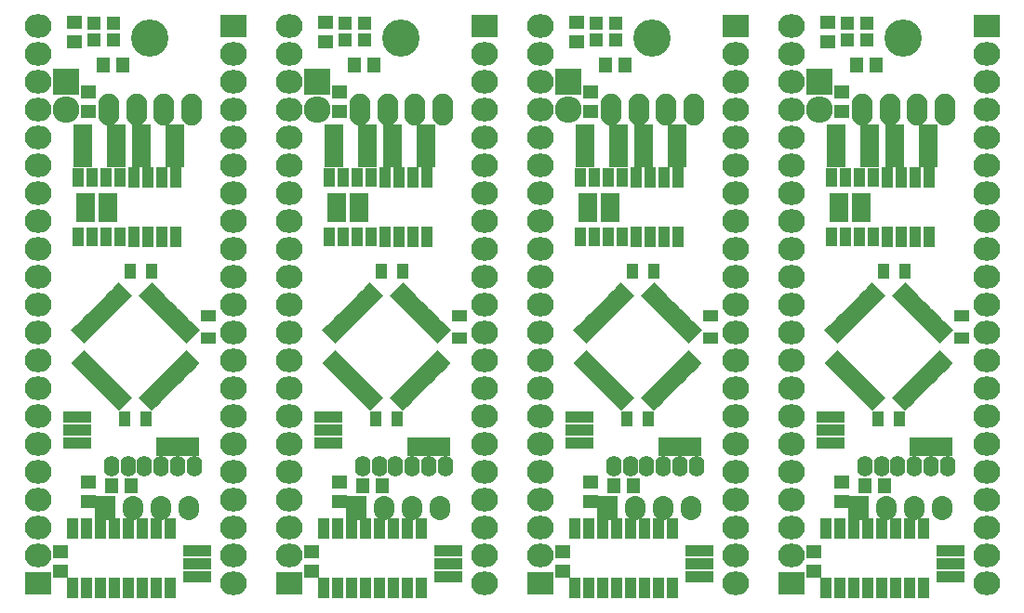
<source format=gbr>
G04 #@! TF.FileFunction,Soldermask,Bot*
%FSLAX46Y46*%
G04 Gerber Fmt 4.6, Leading zero omitted, Abs format (unit mm)*
G04 Created by KiCad (PCBNEW 4.0.7) date 03/03/18 19:12:10*
%MOMM*%
%LPD*%
G01*
G04 APERTURE LIST*
%ADD10C,0.100000*%
%ADD11R,2.432000X2.127200*%
%ADD12O,2.432000X2.127200*%
%ADD13R,1.000000X1.900000*%
%ADD14R,1.670000X1.365200*%
%ADD15O,1.900000X2.900000*%
%ADD16C,3.400000*%
%ADD17R,1.000000X1.950000*%
%ADD18O,1.400000X1.924000*%
%ADD19R,2.432000X2.432000*%
%ADD20O,2.432000X2.432000*%
%ADD21R,1.400000X1.200000*%
%ADD22R,1.365200X1.670000*%
%ADD23R,2.600000X1.000000*%
%ADD24R,1.000000X1.700000*%
%ADD25R,1.000000X1.400000*%
%ADD26R,1.400000X1.000000*%
%ADD27R,1.200000X1.400000*%
%ADD28R,1.900000X2.200000*%
%ADD29O,1.900000X2.200000*%
%ADD30R,1.197560X1.197560*%
G04 APERTURE END LIST*
D10*
D11*
X22860000Y-71120000D03*
D12*
X22860000Y-68580000D03*
X22860000Y-66040000D03*
X22860000Y-63500000D03*
X22860000Y-60960000D03*
X22860000Y-58420000D03*
X22860000Y-55880000D03*
X22860000Y-53340000D03*
X22860000Y-50800000D03*
X22860000Y-48260000D03*
X22860000Y-45720000D03*
X22860000Y-43180000D03*
X22860000Y-40640000D03*
X22860000Y-38100000D03*
X22860000Y-35560000D03*
X22860000Y-33020000D03*
X22860000Y-30480000D03*
X22860000Y-27940000D03*
X22860000Y-25400000D03*
X22860000Y-22860000D03*
X22860000Y-20320000D03*
D13*
X26035000Y-66134000D03*
X27305000Y-66134000D03*
X28575000Y-66134000D03*
X29845000Y-66134000D03*
X31115000Y-66134000D03*
X32385000Y-66134000D03*
X33655000Y-66134000D03*
X34925000Y-66134000D03*
X34925000Y-71534000D03*
X33655000Y-71534000D03*
X32385000Y-71534000D03*
X31115000Y-71534000D03*
X29845000Y-71534000D03*
X28575000Y-71534000D03*
X27305000Y-71534000D03*
X26035000Y-71534000D03*
D14*
X29972000Y-29972000D03*
X29972000Y-31242000D03*
X29972000Y-32512000D03*
D15*
X36830000Y-27940000D03*
X34330000Y-27940000D03*
X31830000Y-27940000D03*
X29330000Y-27940000D03*
D16*
X33080000Y-21440000D03*
D10*
G36*
X30247398Y-55381308D02*
X29787779Y-54921689D01*
X30989860Y-53719608D01*
X31449479Y-54179227D01*
X30247398Y-55381308D01*
X30247398Y-55381308D01*
G37*
G36*
X29893845Y-55027755D02*
X29434226Y-54568136D01*
X30636307Y-53366055D01*
X31095926Y-53825674D01*
X29893845Y-55027755D01*
X29893845Y-55027755D01*
G37*
G36*
X29540291Y-54674201D02*
X29080672Y-54214582D01*
X30282753Y-53012501D01*
X30742372Y-53472120D01*
X29540291Y-54674201D01*
X29540291Y-54674201D01*
G37*
G36*
X29186738Y-54320648D02*
X28727119Y-53861029D01*
X29929200Y-52658948D01*
X30388819Y-53118567D01*
X29186738Y-54320648D01*
X29186738Y-54320648D01*
G37*
G36*
X28833185Y-53967095D02*
X28373566Y-53507476D01*
X29575647Y-52305395D01*
X30035266Y-52765014D01*
X28833185Y-53967095D01*
X28833185Y-53967095D01*
G37*
G36*
X28479631Y-53613541D02*
X28020012Y-53153922D01*
X29222093Y-51951841D01*
X29681712Y-52411460D01*
X28479631Y-53613541D01*
X28479631Y-53613541D01*
G37*
G36*
X28126078Y-53259988D02*
X27666459Y-52800369D01*
X28868540Y-51598288D01*
X29328159Y-52057907D01*
X28126078Y-53259988D01*
X28126078Y-53259988D01*
G37*
G36*
X27772524Y-52906434D02*
X27312905Y-52446815D01*
X28514986Y-51244734D01*
X28974605Y-51704353D01*
X27772524Y-52906434D01*
X27772524Y-52906434D01*
G37*
G36*
X27418971Y-52552881D02*
X26959352Y-52093262D01*
X28161433Y-50891181D01*
X28621052Y-51350800D01*
X27418971Y-52552881D01*
X27418971Y-52552881D01*
G37*
G36*
X27065418Y-52199328D02*
X26605799Y-51739709D01*
X27807880Y-50537628D01*
X28267499Y-50997247D01*
X27065418Y-52199328D01*
X27065418Y-52199328D01*
G37*
G36*
X26711864Y-51845774D02*
X26252245Y-51386155D01*
X27454326Y-50184074D01*
X27913945Y-50643693D01*
X26711864Y-51845774D01*
X26711864Y-51845774D01*
G37*
G36*
X26358311Y-51492221D02*
X25898692Y-51032602D01*
X27100773Y-49830521D01*
X27560392Y-50290140D01*
X26358311Y-51492221D01*
X26358311Y-51492221D01*
G37*
G36*
X25898692Y-48027398D02*
X26358311Y-47567779D01*
X27560392Y-48769860D01*
X27100773Y-49229479D01*
X25898692Y-48027398D01*
X25898692Y-48027398D01*
G37*
G36*
X26252245Y-47673845D02*
X26711864Y-47214226D01*
X27913945Y-48416307D01*
X27454326Y-48875926D01*
X26252245Y-47673845D01*
X26252245Y-47673845D01*
G37*
G36*
X26605799Y-47320291D02*
X27065418Y-46860672D01*
X28267499Y-48062753D01*
X27807880Y-48522372D01*
X26605799Y-47320291D01*
X26605799Y-47320291D01*
G37*
G36*
X26959352Y-46966738D02*
X27418971Y-46507119D01*
X28621052Y-47709200D01*
X28161433Y-48168819D01*
X26959352Y-46966738D01*
X26959352Y-46966738D01*
G37*
G36*
X27312905Y-46613185D02*
X27772524Y-46153566D01*
X28974605Y-47355647D01*
X28514986Y-47815266D01*
X27312905Y-46613185D01*
X27312905Y-46613185D01*
G37*
G36*
X27666459Y-46259631D02*
X28126078Y-45800012D01*
X29328159Y-47002093D01*
X28868540Y-47461712D01*
X27666459Y-46259631D01*
X27666459Y-46259631D01*
G37*
G36*
X28020012Y-45906078D02*
X28479631Y-45446459D01*
X29681712Y-46648540D01*
X29222093Y-47108159D01*
X28020012Y-45906078D01*
X28020012Y-45906078D01*
G37*
G36*
X28373566Y-45552524D02*
X28833185Y-45092905D01*
X30035266Y-46294986D01*
X29575647Y-46754605D01*
X28373566Y-45552524D01*
X28373566Y-45552524D01*
G37*
G36*
X28727119Y-45198971D02*
X29186738Y-44739352D01*
X30388819Y-45941433D01*
X29929200Y-46401052D01*
X28727119Y-45198971D01*
X28727119Y-45198971D01*
G37*
G36*
X29080672Y-44845418D02*
X29540291Y-44385799D01*
X30742372Y-45587880D01*
X30282753Y-46047499D01*
X29080672Y-44845418D01*
X29080672Y-44845418D01*
G37*
G36*
X29434226Y-44491864D02*
X29893845Y-44032245D01*
X31095926Y-45234326D01*
X30636307Y-45693945D01*
X29434226Y-44491864D01*
X29434226Y-44491864D01*
G37*
G36*
X29787779Y-44138311D02*
X30247398Y-43678692D01*
X31449479Y-44880773D01*
X30989860Y-45340392D01*
X29787779Y-44138311D01*
X29787779Y-44138311D01*
G37*
G36*
X32510140Y-45340392D02*
X32050521Y-44880773D01*
X33252602Y-43678692D01*
X33712221Y-44138311D01*
X32510140Y-45340392D01*
X32510140Y-45340392D01*
G37*
G36*
X32863693Y-45693945D02*
X32404074Y-45234326D01*
X33606155Y-44032245D01*
X34065774Y-44491864D01*
X32863693Y-45693945D01*
X32863693Y-45693945D01*
G37*
G36*
X33217247Y-46047499D02*
X32757628Y-45587880D01*
X33959709Y-44385799D01*
X34419328Y-44845418D01*
X33217247Y-46047499D01*
X33217247Y-46047499D01*
G37*
G36*
X33570800Y-46401052D02*
X33111181Y-45941433D01*
X34313262Y-44739352D01*
X34772881Y-45198971D01*
X33570800Y-46401052D01*
X33570800Y-46401052D01*
G37*
G36*
X33924353Y-46754605D02*
X33464734Y-46294986D01*
X34666815Y-45092905D01*
X35126434Y-45552524D01*
X33924353Y-46754605D01*
X33924353Y-46754605D01*
G37*
G36*
X34277907Y-47108159D02*
X33818288Y-46648540D01*
X35020369Y-45446459D01*
X35479988Y-45906078D01*
X34277907Y-47108159D01*
X34277907Y-47108159D01*
G37*
G36*
X34631460Y-47461712D02*
X34171841Y-47002093D01*
X35373922Y-45800012D01*
X35833541Y-46259631D01*
X34631460Y-47461712D01*
X34631460Y-47461712D01*
G37*
G36*
X34985014Y-47815266D02*
X34525395Y-47355647D01*
X35727476Y-46153566D01*
X36187095Y-46613185D01*
X34985014Y-47815266D01*
X34985014Y-47815266D01*
G37*
G36*
X35338567Y-48168819D02*
X34878948Y-47709200D01*
X36081029Y-46507119D01*
X36540648Y-46966738D01*
X35338567Y-48168819D01*
X35338567Y-48168819D01*
G37*
G36*
X35692120Y-48522372D02*
X35232501Y-48062753D01*
X36434582Y-46860672D01*
X36894201Y-47320291D01*
X35692120Y-48522372D01*
X35692120Y-48522372D01*
G37*
G36*
X36045674Y-48875926D02*
X35586055Y-48416307D01*
X36788136Y-47214226D01*
X37247755Y-47673845D01*
X36045674Y-48875926D01*
X36045674Y-48875926D01*
G37*
G36*
X36399227Y-49229479D02*
X35939608Y-48769860D01*
X37141689Y-47567779D01*
X37601308Y-48027398D01*
X36399227Y-49229479D01*
X36399227Y-49229479D01*
G37*
G36*
X35939608Y-50290140D02*
X36399227Y-49830521D01*
X37601308Y-51032602D01*
X37141689Y-51492221D01*
X35939608Y-50290140D01*
X35939608Y-50290140D01*
G37*
G36*
X35586055Y-50643693D02*
X36045674Y-50184074D01*
X37247755Y-51386155D01*
X36788136Y-51845774D01*
X35586055Y-50643693D01*
X35586055Y-50643693D01*
G37*
G36*
X35232501Y-50997247D02*
X35692120Y-50537628D01*
X36894201Y-51739709D01*
X36434582Y-52199328D01*
X35232501Y-50997247D01*
X35232501Y-50997247D01*
G37*
G36*
X34878948Y-51350800D02*
X35338567Y-50891181D01*
X36540648Y-52093262D01*
X36081029Y-52552881D01*
X34878948Y-51350800D01*
X34878948Y-51350800D01*
G37*
G36*
X34525395Y-51704353D02*
X34985014Y-51244734D01*
X36187095Y-52446815D01*
X35727476Y-52906434D01*
X34525395Y-51704353D01*
X34525395Y-51704353D01*
G37*
G36*
X34171841Y-52057907D02*
X34631460Y-51598288D01*
X35833541Y-52800369D01*
X35373922Y-53259988D01*
X34171841Y-52057907D01*
X34171841Y-52057907D01*
G37*
G36*
X33818288Y-52411460D02*
X34277907Y-51951841D01*
X35479988Y-53153922D01*
X35020369Y-53613541D01*
X33818288Y-52411460D01*
X33818288Y-52411460D01*
G37*
G36*
X33464734Y-52765014D02*
X33924353Y-52305395D01*
X35126434Y-53507476D01*
X34666815Y-53967095D01*
X33464734Y-52765014D01*
X33464734Y-52765014D01*
G37*
G36*
X33111181Y-53118567D02*
X33570800Y-52658948D01*
X34772881Y-53861029D01*
X34313262Y-54320648D01*
X33111181Y-53118567D01*
X33111181Y-53118567D01*
G37*
G36*
X32757628Y-53472120D02*
X33217247Y-53012501D01*
X34419328Y-54214582D01*
X33959709Y-54674201D01*
X32757628Y-53472120D01*
X32757628Y-53472120D01*
G37*
G36*
X32404074Y-53825674D02*
X32863693Y-53366055D01*
X34065774Y-54568136D01*
X33606155Y-55027755D01*
X32404074Y-53825674D01*
X32404074Y-53825674D01*
G37*
G36*
X32050521Y-54179227D02*
X32510140Y-53719608D01*
X33712221Y-54921689D01*
X33252602Y-55381308D01*
X32050521Y-54179227D01*
X32050521Y-54179227D01*
G37*
D17*
X35433000Y-39530000D03*
X34163000Y-39530000D03*
X32893000Y-39530000D03*
X31623000Y-39530000D03*
X31623000Y-34130000D03*
X32893000Y-34130000D03*
X34163000Y-34130000D03*
X35433000Y-34130000D03*
D18*
X37084000Y-60452000D03*
X35584000Y-60452000D03*
X34084000Y-60452000D03*
X32584000Y-60452000D03*
X31084000Y-60452000D03*
X29584000Y-60452000D03*
D19*
X25400000Y-25400000D03*
D20*
X25400000Y-27940000D03*
D21*
X27432000Y-28078000D03*
X27432000Y-26278000D03*
D22*
X34290000Y-58674000D03*
X35560000Y-58674000D03*
X36830000Y-58674000D03*
D23*
X26416000Y-55950000D03*
X26416000Y-57150000D03*
X26416000Y-58350000D03*
D24*
X30353000Y-39530000D03*
X29083000Y-39530000D03*
X27813000Y-39530000D03*
X26543000Y-39530000D03*
X26543000Y-34130000D03*
X27813000Y-34130000D03*
X29083000Y-34130000D03*
X30353000Y-34130000D03*
D14*
X32258000Y-32512000D03*
X32258000Y-31242000D03*
X32258000Y-29972000D03*
X35306000Y-32512000D03*
X35306000Y-31242000D03*
X35306000Y-29972000D03*
X26924000Y-29972000D03*
X26924000Y-31242000D03*
X26924000Y-32512000D03*
X29210000Y-37465000D03*
X29210000Y-36195000D03*
X27178000Y-36195000D03*
X27178000Y-37465000D03*
D25*
X31258000Y-42672000D03*
X33258000Y-42672000D03*
D26*
X38354000Y-48752000D03*
X38354000Y-46752000D03*
D25*
X30750000Y-56134000D03*
X32750000Y-56134000D03*
D23*
X37338000Y-70542000D03*
X37338000Y-69342000D03*
X37338000Y-68142000D03*
D27*
X31380000Y-62230000D03*
X29580000Y-62230000D03*
D21*
X27432000Y-63638000D03*
X27432000Y-61838000D03*
D28*
X28956000Y-64262000D03*
D29*
X31496000Y-64262000D03*
X34036000Y-64262000D03*
X36576000Y-64262000D03*
D11*
X40640000Y-20320000D03*
D12*
X40640000Y-22860000D03*
X40640000Y-25400000D03*
X40640000Y-27940000D03*
X40640000Y-30480000D03*
X40640000Y-33020000D03*
X40640000Y-35560000D03*
X40640000Y-38100000D03*
X40640000Y-40640000D03*
X40640000Y-43180000D03*
X40640000Y-45720000D03*
X40640000Y-48260000D03*
X40640000Y-50800000D03*
X40640000Y-53340000D03*
X40640000Y-55880000D03*
X40640000Y-58420000D03*
X40640000Y-60960000D03*
X40640000Y-63500000D03*
X40640000Y-66040000D03*
X40640000Y-68580000D03*
X40640000Y-71120000D03*
D30*
X29718000Y-20078700D03*
X29718000Y-21577300D03*
D27*
X28818000Y-23876000D03*
X30618000Y-23876000D03*
D21*
X24892000Y-69988000D03*
X24892000Y-68188000D03*
D30*
X27940000Y-20078700D03*
X27940000Y-21577300D03*
D21*
X26162000Y-21728000D03*
X26162000Y-19928000D03*
D11*
X22860000Y-71120000D03*
D12*
X22860000Y-68580000D03*
X22860000Y-66040000D03*
X22860000Y-63500000D03*
X22860000Y-60960000D03*
X22860000Y-58420000D03*
X22860000Y-55880000D03*
X22860000Y-53340000D03*
X22860000Y-50800000D03*
X22860000Y-48260000D03*
X22860000Y-45720000D03*
X22860000Y-43180000D03*
X22860000Y-40640000D03*
X22860000Y-38100000D03*
X22860000Y-35560000D03*
X22860000Y-33020000D03*
X22860000Y-30480000D03*
X22860000Y-27940000D03*
X22860000Y-25400000D03*
X22860000Y-22860000D03*
X22860000Y-20320000D03*
D13*
X26035000Y-66134000D03*
X27305000Y-66134000D03*
X28575000Y-66134000D03*
X29845000Y-66134000D03*
X31115000Y-66134000D03*
X32385000Y-66134000D03*
X33655000Y-66134000D03*
X34925000Y-66134000D03*
X34925000Y-71534000D03*
X33655000Y-71534000D03*
X32385000Y-71534000D03*
X31115000Y-71534000D03*
X29845000Y-71534000D03*
X28575000Y-71534000D03*
X27305000Y-71534000D03*
X26035000Y-71534000D03*
D14*
X29972000Y-29972000D03*
X29972000Y-31242000D03*
X29972000Y-32512000D03*
D15*
X36830000Y-27940000D03*
X34330000Y-27940000D03*
X31830000Y-27940000D03*
X29330000Y-27940000D03*
D16*
X33080000Y-21440000D03*
D10*
G36*
X30247398Y-55381308D02*
X29787779Y-54921689D01*
X30989860Y-53719608D01*
X31449479Y-54179227D01*
X30247398Y-55381308D01*
X30247398Y-55381308D01*
G37*
G36*
X29893845Y-55027755D02*
X29434226Y-54568136D01*
X30636307Y-53366055D01*
X31095926Y-53825674D01*
X29893845Y-55027755D01*
X29893845Y-55027755D01*
G37*
G36*
X29540291Y-54674201D02*
X29080672Y-54214582D01*
X30282753Y-53012501D01*
X30742372Y-53472120D01*
X29540291Y-54674201D01*
X29540291Y-54674201D01*
G37*
G36*
X29186738Y-54320648D02*
X28727119Y-53861029D01*
X29929200Y-52658948D01*
X30388819Y-53118567D01*
X29186738Y-54320648D01*
X29186738Y-54320648D01*
G37*
G36*
X28833185Y-53967095D02*
X28373566Y-53507476D01*
X29575647Y-52305395D01*
X30035266Y-52765014D01*
X28833185Y-53967095D01*
X28833185Y-53967095D01*
G37*
G36*
X28479631Y-53613541D02*
X28020012Y-53153922D01*
X29222093Y-51951841D01*
X29681712Y-52411460D01*
X28479631Y-53613541D01*
X28479631Y-53613541D01*
G37*
G36*
X28126078Y-53259988D02*
X27666459Y-52800369D01*
X28868540Y-51598288D01*
X29328159Y-52057907D01*
X28126078Y-53259988D01*
X28126078Y-53259988D01*
G37*
G36*
X27772524Y-52906434D02*
X27312905Y-52446815D01*
X28514986Y-51244734D01*
X28974605Y-51704353D01*
X27772524Y-52906434D01*
X27772524Y-52906434D01*
G37*
G36*
X27418971Y-52552881D02*
X26959352Y-52093262D01*
X28161433Y-50891181D01*
X28621052Y-51350800D01*
X27418971Y-52552881D01*
X27418971Y-52552881D01*
G37*
G36*
X27065418Y-52199328D02*
X26605799Y-51739709D01*
X27807880Y-50537628D01*
X28267499Y-50997247D01*
X27065418Y-52199328D01*
X27065418Y-52199328D01*
G37*
G36*
X26711864Y-51845774D02*
X26252245Y-51386155D01*
X27454326Y-50184074D01*
X27913945Y-50643693D01*
X26711864Y-51845774D01*
X26711864Y-51845774D01*
G37*
G36*
X26358311Y-51492221D02*
X25898692Y-51032602D01*
X27100773Y-49830521D01*
X27560392Y-50290140D01*
X26358311Y-51492221D01*
X26358311Y-51492221D01*
G37*
G36*
X25898692Y-48027398D02*
X26358311Y-47567779D01*
X27560392Y-48769860D01*
X27100773Y-49229479D01*
X25898692Y-48027398D01*
X25898692Y-48027398D01*
G37*
G36*
X26252245Y-47673845D02*
X26711864Y-47214226D01*
X27913945Y-48416307D01*
X27454326Y-48875926D01*
X26252245Y-47673845D01*
X26252245Y-47673845D01*
G37*
G36*
X26605799Y-47320291D02*
X27065418Y-46860672D01*
X28267499Y-48062753D01*
X27807880Y-48522372D01*
X26605799Y-47320291D01*
X26605799Y-47320291D01*
G37*
G36*
X26959352Y-46966738D02*
X27418971Y-46507119D01*
X28621052Y-47709200D01*
X28161433Y-48168819D01*
X26959352Y-46966738D01*
X26959352Y-46966738D01*
G37*
G36*
X27312905Y-46613185D02*
X27772524Y-46153566D01*
X28974605Y-47355647D01*
X28514986Y-47815266D01*
X27312905Y-46613185D01*
X27312905Y-46613185D01*
G37*
G36*
X27666459Y-46259631D02*
X28126078Y-45800012D01*
X29328159Y-47002093D01*
X28868540Y-47461712D01*
X27666459Y-46259631D01*
X27666459Y-46259631D01*
G37*
G36*
X28020012Y-45906078D02*
X28479631Y-45446459D01*
X29681712Y-46648540D01*
X29222093Y-47108159D01*
X28020012Y-45906078D01*
X28020012Y-45906078D01*
G37*
G36*
X28373566Y-45552524D02*
X28833185Y-45092905D01*
X30035266Y-46294986D01*
X29575647Y-46754605D01*
X28373566Y-45552524D01*
X28373566Y-45552524D01*
G37*
G36*
X28727119Y-45198971D02*
X29186738Y-44739352D01*
X30388819Y-45941433D01*
X29929200Y-46401052D01*
X28727119Y-45198971D01*
X28727119Y-45198971D01*
G37*
G36*
X29080672Y-44845418D02*
X29540291Y-44385799D01*
X30742372Y-45587880D01*
X30282753Y-46047499D01*
X29080672Y-44845418D01*
X29080672Y-44845418D01*
G37*
G36*
X29434226Y-44491864D02*
X29893845Y-44032245D01*
X31095926Y-45234326D01*
X30636307Y-45693945D01*
X29434226Y-44491864D01*
X29434226Y-44491864D01*
G37*
G36*
X29787779Y-44138311D02*
X30247398Y-43678692D01*
X31449479Y-44880773D01*
X30989860Y-45340392D01*
X29787779Y-44138311D01*
X29787779Y-44138311D01*
G37*
G36*
X32510140Y-45340392D02*
X32050521Y-44880773D01*
X33252602Y-43678692D01*
X33712221Y-44138311D01*
X32510140Y-45340392D01*
X32510140Y-45340392D01*
G37*
G36*
X32863693Y-45693945D02*
X32404074Y-45234326D01*
X33606155Y-44032245D01*
X34065774Y-44491864D01*
X32863693Y-45693945D01*
X32863693Y-45693945D01*
G37*
G36*
X33217247Y-46047499D02*
X32757628Y-45587880D01*
X33959709Y-44385799D01*
X34419328Y-44845418D01*
X33217247Y-46047499D01*
X33217247Y-46047499D01*
G37*
G36*
X33570800Y-46401052D02*
X33111181Y-45941433D01*
X34313262Y-44739352D01*
X34772881Y-45198971D01*
X33570800Y-46401052D01*
X33570800Y-46401052D01*
G37*
G36*
X33924353Y-46754605D02*
X33464734Y-46294986D01*
X34666815Y-45092905D01*
X35126434Y-45552524D01*
X33924353Y-46754605D01*
X33924353Y-46754605D01*
G37*
G36*
X34277907Y-47108159D02*
X33818288Y-46648540D01*
X35020369Y-45446459D01*
X35479988Y-45906078D01*
X34277907Y-47108159D01*
X34277907Y-47108159D01*
G37*
G36*
X34631460Y-47461712D02*
X34171841Y-47002093D01*
X35373922Y-45800012D01*
X35833541Y-46259631D01*
X34631460Y-47461712D01*
X34631460Y-47461712D01*
G37*
G36*
X34985014Y-47815266D02*
X34525395Y-47355647D01*
X35727476Y-46153566D01*
X36187095Y-46613185D01*
X34985014Y-47815266D01*
X34985014Y-47815266D01*
G37*
G36*
X35338567Y-48168819D02*
X34878948Y-47709200D01*
X36081029Y-46507119D01*
X36540648Y-46966738D01*
X35338567Y-48168819D01*
X35338567Y-48168819D01*
G37*
G36*
X35692120Y-48522372D02*
X35232501Y-48062753D01*
X36434582Y-46860672D01*
X36894201Y-47320291D01*
X35692120Y-48522372D01*
X35692120Y-48522372D01*
G37*
G36*
X36045674Y-48875926D02*
X35586055Y-48416307D01*
X36788136Y-47214226D01*
X37247755Y-47673845D01*
X36045674Y-48875926D01*
X36045674Y-48875926D01*
G37*
G36*
X36399227Y-49229479D02*
X35939608Y-48769860D01*
X37141689Y-47567779D01*
X37601308Y-48027398D01*
X36399227Y-49229479D01*
X36399227Y-49229479D01*
G37*
G36*
X35939608Y-50290140D02*
X36399227Y-49830521D01*
X37601308Y-51032602D01*
X37141689Y-51492221D01*
X35939608Y-50290140D01*
X35939608Y-50290140D01*
G37*
G36*
X35586055Y-50643693D02*
X36045674Y-50184074D01*
X37247755Y-51386155D01*
X36788136Y-51845774D01*
X35586055Y-50643693D01*
X35586055Y-50643693D01*
G37*
G36*
X35232501Y-50997247D02*
X35692120Y-50537628D01*
X36894201Y-51739709D01*
X36434582Y-52199328D01*
X35232501Y-50997247D01*
X35232501Y-50997247D01*
G37*
G36*
X34878948Y-51350800D02*
X35338567Y-50891181D01*
X36540648Y-52093262D01*
X36081029Y-52552881D01*
X34878948Y-51350800D01*
X34878948Y-51350800D01*
G37*
G36*
X34525395Y-51704353D02*
X34985014Y-51244734D01*
X36187095Y-52446815D01*
X35727476Y-52906434D01*
X34525395Y-51704353D01*
X34525395Y-51704353D01*
G37*
G36*
X34171841Y-52057907D02*
X34631460Y-51598288D01*
X35833541Y-52800369D01*
X35373922Y-53259988D01*
X34171841Y-52057907D01*
X34171841Y-52057907D01*
G37*
G36*
X33818288Y-52411460D02*
X34277907Y-51951841D01*
X35479988Y-53153922D01*
X35020369Y-53613541D01*
X33818288Y-52411460D01*
X33818288Y-52411460D01*
G37*
G36*
X33464734Y-52765014D02*
X33924353Y-52305395D01*
X35126434Y-53507476D01*
X34666815Y-53967095D01*
X33464734Y-52765014D01*
X33464734Y-52765014D01*
G37*
G36*
X33111181Y-53118567D02*
X33570800Y-52658948D01*
X34772881Y-53861029D01*
X34313262Y-54320648D01*
X33111181Y-53118567D01*
X33111181Y-53118567D01*
G37*
G36*
X32757628Y-53472120D02*
X33217247Y-53012501D01*
X34419328Y-54214582D01*
X33959709Y-54674201D01*
X32757628Y-53472120D01*
X32757628Y-53472120D01*
G37*
G36*
X32404074Y-53825674D02*
X32863693Y-53366055D01*
X34065774Y-54568136D01*
X33606155Y-55027755D01*
X32404074Y-53825674D01*
X32404074Y-53825674D01*
G37*
G36*
X32050521Y-54179227D02*
X32510140Y-53719608D01*
X33712221Y-54921689D01*
X33252602Y-55381308D01*
X32050521Y-54179227D01*
X32050521Y-54179227D01*
G37*
D17*
X35433000Y-39530000D03*
X34163000Y-39530000D03*
X32893000Y-39530000D03*
X31623000Y-39530000D03*
X31623000Y-34130000D03*
X32893000Y-34130000D03*
X34163000Y-34130000D03*
X35433000Y-34130000D03*
D18*
X37084000Y-60452000D03*
X35584000Y-60452000D03*
X34084000Y-60452000D03*
X32584000Y-60452000D03*
X31084000Y-60452000D03*
X29584000Y-60452000D03*
D19*
X25400000Y-25400000D03*
D20*
X25400000Y-27940000D03*
D21*
X27432000Y-28078000D03*
X27432000Y-26278000D03*
D22*
X34290000Y-58674000D03*
X35560000Y-58674000D03*
X36830000Y-58674000D03*
D23*
X26416000Y-55950000D03*
X26416000Y-57150000D03*
X26416000Y-58350000D03*
D24*
X30353000Y-39530000D03*
X29083000Y-39530000D03*
X27813000Y-39530000D03*
X26543000Y-39530000D03*
X26543000Y-34130000D03*
X27813000Y-34130000D03*
X29083000Y-34130000D03*
X30353000Y-34130000D03*
D14*
X32258000Y-32512000D03*
X32258000Y-31242000D03*
X32258000Y-29972000D03*
X35306000Y-32512000D03*
X35306000Y-31242000D03*
X35306000Y-29972000D03*
X26924000Y-29972000D03*
X26924000Y-31242000D03*
X26924000Y-32512000D03*
X29210000Y-37465000D03*
X29210000Y-36195000D03*
X27178000Y-36195000D03*
X27178000Y-37465000D03*
D25*
X31258000Y-42672000D03*
X33258000Y-42672000D03*
D26*
X38354000Y-48752000D03*
X38354000Y-46752000D03*
D25*
X30750000Y-56134000D03*
X32750000Y-56134000D03*
D23*
X37338000Y-70542000D03*
X37338000Y-69342000D03*
X37338000Y-68142000D03*
D27*
X31380000Y-62230000D03*
X29580000Y-62230000D03*
D21*
X27432000Y-63638000D03*
X27432000Y-61838000D03*
D28*
X28956000Y-64262000D03*
D29*
X31496000Y-64262000D03*
X34036000Y-64262000D03*
X36576000Y-64262000D03*
D11*
X40640000Y-20320000D03*
D12*
X40640000Y-22860000D03*
X40640000Y-25400000D03*
X40640000Y-27940000D03*
X40640000Y-30480000D03*
X40640000Y-33020000D03*
X40640000Y-35560000D03*
X40640000Y-38100000D03*
X40640000Y-40640000D03*
X40640000Y-43180000D03*
X40640000Y-45720000D03*
X40640000Y-48260000D03*
X40640000Y-50800000D03*
X40640000Y-53340000D03*
X40640000Y-55880000D03*
X40640000Y-58420000D03*
X40640000Y-60960000D03*
X40640000Y-63500000D03*
X40640000Y-66040000D03*
X40640000Y-68580000D03*
X40640000Y-71120000D03*
D30*
X29718000Y-20078700D03*
X29718000Y-21577300D03*
D27*
X28818000Y-23876000D03*
X30618000Y-23876000D03*
D21*
X24892000Y-69988000D03*
X24892000Y-68188000D03*
D30*
X27940000Y-20078700D03*
X27940000Y-21577300D03*
D21*
X26162000Y-21728000D03*
X26162000Y-19928000D03*
D11*
X45720000Y-71120000D03*
D12*
X45720000Y-68580000D03*
X45720000Y-66040000D03*
X45720000Y-63500000D03*
X45720000Y-60960000D03*
X45720000Y-58420000D03*
X45720000Y-55880000D03*
X45720000Y-53340000D03*
X45720000Y-50800000D03*
X45720000Y-48260000D03*
X45720000Y-45720000D03*
X45720000Y-43180000D03*
X45720000Y-40640000D03*
X45720000Y-38100000D03*
X45720000Y-35560000D03*
X45720000Y-33020000D03*
X45720000Y-30480000D03*
X45720000Y-27940000D03*
X45720000Y-25400000D03*
X45720000Y-22860000D03*
X45720000Y-20320000D03*
D13*
X48895000Y-66134000D03*
X50165000Y-66134000D03*
X51435000Y-66134000D03*
X52705000Y-66134000D03*
X53975000Y-66134000D03*
X55245000Y-66134000D03*
X56515000Y-66134000D03*
X57785000Y-66134000D03*
X57785000Y-71534000D03*
X56515000Y-71534000D03*
X55245000Y-71534000D03*
X53975000Y-71534000D03*
X52705000Y-71534000D03*
X51435000Y-71534000D03*
X50165000Y-71534000D03*
X48895000Y-71534000D03*
D14*
X52832000Y-29972000D03*
X52832000Y-31242000D03*
X52832000Y-32512000D03*
D15*
X59690000Y-27940000D03*
X57190000Y-27940000D03*
X54690000Y-27940000D03*
X52190000Y-27940000D03*
D16*
X55940000Y-21440000D03*
D10*
G36*
X53107398Y-55381308D02*
X52647779Y-54921689D01*
X53849860Y-53719608D01*
X54309479Y-54179227D01*
X53107398Y-55381308D01*
X53107398Y-55381308D01*
G37*
G36*
X52753845Y-55027755D02*
X52294226Y-54568136D01*
X53496307Y-53366055D01*
X53955926Y-53825674D01*
X52753845Y-55027755D01*
X52753845Y-55027755D01*
G37*
G36*
X52400291Y-54674201D02*
X51940672Y-54214582D01*
X53142753Y-53012501D01*
X53602372Y-53472120D01*
X52400291Y-54674201D01*
X52400291Y-54674201D01*
G37*
G36*
X52046738Y-54320648D02*
X51587119Y-53861029D01*
X52789200Y-52658948D01*
X53248819Y-53118567D01*
X52046738Y-54320648D01*
X52046738Y-54320648D01*
G37*
G36*
X51693185Y-53967095D02*
X51233566Y-53507476D01*
X52435647Y-52305395D01*
X52895266Y-52765014D01*
X51693185Y-53967095D01*
X51693185Y-53967095D01*
G37*
G36*
X51339631Y-53613541D02*
X50880012Y-53153922D01*
X52082093Y-51951841D01*
X52541712Y-52411460D01*
X51339631Y-53613541D01*
X51339631Y-53613541D01*
G37*
G36*
X50986078Y-53259988D02*
X50526459Y-52800369D01*
X51728540Y-51598288D01*
X52188159Y-52057907D01*
X50986078Y-53259988D01*
X50986078Y-53259988D01*
G37*
G36*
X50632524Y-52906434D02*
X50172905Y-52446815D01*
X51374986Y-51244734D01*
X51834605Y-51704353D01*
X50632524Y-52906434D01*
X50632524Y-52906434D01*
G37*
G36*
X50278971Y-52552881D02*
X49819352Y-52093262D01*
X51021433Y-50891181D01*
X51481052Y-51350800D01*
X50278971Y-52552881D01*
X50278971Y-52552881D01*
G37*
G36*
X49925418Y-52199328D02*
X49465799Y-51739709D01*
X50667880Y-50537628D01*
X51127499Y-50997247D01*
X49925418Y-52199328D01*
X49925418Y-52199328D01*
G37*
G36*
X49571864Y-51845774D02*
X49112245Y-51386155D01*
X50314326Y-50184074D01*
X50773945Y-50643693D01*
X49571864Y-51845774D01*
X49571864Y-51845774D01*
G37*
G36*
X49218311Y-51492221D02*
X48758692Y-51032602D01*
X49960773Y-49830521D01*
X50420392Y-50290140D01*
X49218311Y-51492221D01*
X49218311Y-51492221D01*
G37*
G36*
X48758692Y-48027398D02*
X49218311Y-47567779D01*
X50420392Y-48769860D01*
X49960773Y-49229479D01*
X48758692Y-48027398D01*
X48758692Y-48027398D01*
G37*
G36*
X49112245Y-47673845D02*
X49571864Y-47214226D01*
X50773945Y-48416307D01*
X50314326Y-48875926D01*
X49112245Y-47673845D01*
X49112245Y-47673845D01*
G37*
G36*
X49465799Y-47320291D02*
X49925418Y-46860672D01*
X51127499Y-48062753D01*
X50667880Y-48522372D01*
X49465799Y-47320291D01*
X49465799Y-47320291D01*
G37*
G36*
X49819352Y-46966738D02*
X50278971Y-46507119D01*
X51481052Y-47709200D01*
X51021433Y-48168819D01*
X49819352Y-46966738D01*
X49819352Y-46966738D01*
G37*
G36*
X50172905Y-46613185D02*
X50632524Y-46153566D01*
X51834605Y-47355647D01*
X51374986Y-47815266D01*
X50172905Y-46613185D01*
X50172905Y-46613185D01*
G37*
G36*
X50526459Y-46259631D02*
X50986078Y-45800012D01*
X52188159Y-47002093D01*
X51728540Y-47461712D01*
X50526459Y-46259631D01*
X50526459Y-46259631D01*
G37*
G36*
X50880012Y-45906078D02*
X51339631Y-45446459D01*
X52541712Y-46648540D01*
X52082093Y-47108159D01*
X50880012Y-45906078D01*
X50880012Y-45906078D01*
G37*
G36*
X51233566Y-45552524D02*
X51693185Y-45092905D01*
X52895266Y-46294986D01*
X52435647Y-46754605D01*
X51233566Y-45552524D01*
X51233566Y-45552524D01*
G37*
G36*
X51587119Y-45198971D02*
X52046738Y-44739352D01*
X53248819Y-45941433D01*
X52789200Y-46401052D01*
X51587119Y-45198971D01*
X51587119Y-45198971D01*
G37*
G36*
X51940672Y-44845418D02*
X52400291Y-44385799D01*
X53602372Y-45587880D01*
X53142753Y-46047499D01*
X51940672Y-44845418D01*
X51940672Y-44845418D01*
G37*
G36*
X52294226Y-44491864D02*
X52753845Y-44032245D01*
X53955926Y-45234326D01*
X53496307Y-45693945D01*
X52294226Y-44491864D01*
X52294226Y-44491864D01*
G37*
G36*
X52647779Y-44138311D02*
X53107398Y-43678692D01*
X54309479Y-44880773D01*
X53849860Y-45340392D01*
X52647779Y-44138311D01*
X52647779Y-44138311D01*
G37*
G36*
X55370140Y-45340392D02*
X54910521Y-44880773D01*
X56112602Y-43678692D01*
X56572221Y-44138311D01*
X55370140Y-45340392D01*
X55370140Y-45340392D01*
G37*
G36*
X55723693Y-45693945D02*
X55264074Y-45234326D01*
X56466155Y-44032245D01*
X56925774Y-44491864D01*
X55723693Y-45693945D01*
X55723693Y-45693945D01*
G37*
G36*
X56077247Y-46047499D02*
X55617628Y-45587880D01*
X56819709Y-44385799D01*
X57279328Y-44845418D01*
X56077247Y-46047499D01*
X56077247Y-46047499D01*
G37*
G36*
X56430800Y-46401052D02*
X55971181Y-45941433D01*
X57173262Y-44739352D01*
X57632881Y-45198971D01*
X56430800Y-46401052D01*
X56430800Y-46401052D01*
G37*
G36*
X56784353Y-46754605D02*
X56324734Y-46294986D01*
X57526815Y-45092905D01*
X57986434Y-45552524D01*
X56784353Y-46754605D01*
X56784353Y-46754605D01*
G37*
G36*
X57137907Y-47108159D02*
X56678288Y-46648540D01*
X57880369Y-45446459D01*
X58339988Y-45906078D01*
X57137907Y-47108159D01*
X57137907Y-47108159D01*
G37*
G36*
X57491460Y-47461712D02*
X57031841Y-47002093D01*
X58233922Y-45800012D01*
X58693541Y-46259631D01*
X57491460Y-47461712D01*
X57491460Y-47461712D01*
G37*
G36*
X57845014Y-47815266D02*
X57385395Y-47355647D01*
X58587476Y-46153566D01*
X59047095Y-46613185D01*
X57845014Y-47815266D01*
X57845014Y-47815266D01*
G37*
G36*
X58198567Y-48168819D02*
X57738948Y-47709200D01*
X58941029Y-46507119D01*
X59400648Y-46966738D01*
X58198567Y-48168819D01*
X58198567Y-48168819D01*
G37*
G36*
X58552120Y-48522372D02*
X58092501Y-48062753D01*
X59294582Y-46860672D01*
X59754201Y-47320291D01*
X58552120Y-48522372D01*
X58552120Y-48522372D01*
G37*
G36*
X58905674Y-48875926D02*
X58446055Y-48416307D01*
X59648136Y-47214226D01*
X60107755Y-47673845D01*
X58905674Y-48875926D01*
X58905674Y-48875926D01*
G37*
G36*
X59259227Y-49229479D02*
X58799608Y-48769860D01*
X60001689Y-47567779D01*
X60461308Y-48027398D01*
X59259227Y-49229479D01*
X59259227Y-49229479D01*
G37*
G36*
X58799608Y-50290140D02*
X59259227Y-49830521D01*
X60461308Y-51032602D01*
X60001689Y-51492221D01*
X58799608Y-50290140D01*
X58799608Y-50290140D01*
G37*
G36*
X58446055Y-50643693D02*
X58905674Y-50184074D01*
X60107755Y-51386155D01*
X59648136Y-51845774D01*
X58446055Y-50643693D01*
X58446055Y-50643693D01*
G37*
G36*
X58092501Y-50997247D02*
X58552120Y-50537628D01*
X59754201Y-51739709D01*
X59294582Y-52199328D01*
X58092501Y-50997247D01*
X58092501Y-50997247D01*
G37*
G36*
X57738948Y-51350800D02*
X58198567Y-50891181D01*
X59400648Y-52093262D01*
X58941029Y-52552881D01*
X57738948Y-51350800D01*
X57738948Y-51350800D01*
G37*
G36*
X57385395Y-51704353D02*
X57845014Y-51244734D01*
X59047095Y-52446815D01*
X58587476Y-52906434D01*
X57385395Y-51704353D01*
X57385395Y-51704353D01*
G37*
G36*
X57031841Y-52057907D02*
X57491460Y-51598288D01*
X58693541Y-52800369D01*
X58233922Y-53259988D01*
X57031841Y-52057907D01*
X57031841Y-52057907D01*
G37*
G36*
X56678288Y-52411460D02*
X57137907Y-51951841D01*
X58339988Y-53153922D01*
X57880369Y-53613541D01*
X56678288Y-52411460D01*
X56678288Y-52411460D01*
G37*
G36*
X56324734Y-52765014D02*
X56784353Y-52305395D01*
X57986434Y-53507476D01*
X57526815Y-53967095D01*
X56324734Y-52765014D01*
X56324734Y-52765014D01*
G37*
G36*
X55971181Y-53118567D02*
X56430800Y-52658948D01*
X57632881Y-53861029D01*
X57173262Y-54320648D01*
X55971181Y-53118567D01*
X55971181Y-53118567D01*
G37*
G36*
X55617628Y-53472120D02*
X56077247Y-53012501D01*
X57279328Y-54214582D01*
X56819709Y-54674201D01*
X55617628Y-53472120D01*
X55617628Y-53472120D01*
G37*
G36*
X55264074Y-53825674D02*
X55723693Y-53366055D01*
X56925774Y-54568136D01*
X56466155Y-55027755D01*
X55264074Y-53825674D01*
X55264074Y-53825674D01*
G37*
G36*
X54910521Y-54179227D02*
X55370140Y-53719608D01*
X56572221Y-54921689D01*
X56112602Y-55381308D01*
X54910521Y-54179227D01*
X54910521Y-54179227D01*
G37*
D17*
X58293000Y-39530000D03*
X57023000Y-39530000D03*
X55753000Y-39530000D03*
X54483000Y-39530000D03*
X54483000Y-34130000D03*
X55753000Y-34130000D03*
X57023000Y-34130000D03*
X58293000Y-34130000D03*
D18*
X59944000Y-60452000D03*
X58444000Y-60452000D03*
X56944000Y-60452000D03*
X55444000Y-60452000D03*
X53944000Y-60452000D03*
X52444000Y-60452000D03*
D19*
X48260000Y-25400000D03*
D20*
X48260000Y-27940000D03*
D21*
X50292000Y-28078000D03*
X50292000Y-26278000D03*
D22*
X57150000Y-58674000D03*
X58420000Y-58674000D03*
X59690000Y-58674000D03*
D23*
X49276000Y-55950000D03*
X49276000Y-57150000D03*
X49276000Y-58350000D03*
D24*
X53213000Y-39530000D03*
X51943000Y-39530000D03*
X50673000Y-39530000D03*
X49403000Y-39530000D03*
X49403000Y-34130000D03*
X50673000Y-34130000D03*
X51943000Y-34130000D03*
X53213000Y-34130000D03*
D14*
X55118000Y-32512000D03*
X55118000Y-31242000D03*
X55118000Y-29972000D03*
X58166000Y-32512000D03*
X58166000Y-31242000D03*
X58166000Y-29972000D03*
X49784000Y-29972000D03*
X49784000Y-31242000D03*
X49784000Y-32512000D03*
X52070000Y-37465000D03*
X52070000Y-36195000D03*
X50038000Y-36195000D03*
X50038000Y-37465000D03*
D25*
X54118000Y-42672000D03*
X56118000Y-42672000D03*
D26*
X61214000Y-48752000D03*
X61214000Y-46752000D03*
D25*
X53610000Y-56134000D03*
X55610000Y-56134000D03*
D23*
X60198000Y-70542000D03*
X60198000Y-69342000D03*
X60198000Y-68142000D03*
D27*
X54240000Y-62230000D03*
X52440000Y-62230000D03*
D21*
X50292000Y-63638000D03*
X50292000Y-61838000D03*
D28*
X51816000Y-64262000D03*
D29*
X54356000Y-64262000D03*
X56896000Y-64262000D03*
X59436000Y-64262000D03*
D11*
X63500000Y-20320000D03*
D12*
X63500000Y-22860000D03*
X63500000Y-25400000D03*
X63500000Y-27940000D03*
X63500000Y-30480000D03*
X63500000Y-33020000D03*
X63500000Y-35560000D03*
X63500000Y-38100000D03*
X63500000Y-40640000D03*
X63500000Y-43180000D03*
X63500000Y-45720000D03*
X63500000Y-48260000D03*
X63500000Y-50800000D03*
X63500000Y-53340000D03*
X63500000Y-55880000D03*
X63500000Y-58420000D03*
X63500000Y-60960000D03*
X63500000Y-63500000D03*
X63500000Y-66040000D03*
X63500000Y-68580000D03*
X63500000Y-71120000D03*
D30*
X52578000Y-20078700D03*
X52578000Y-21577300D03*
D27*
X51678000Y-23876000D03*
X53478000Y-23876000D03*
D21*
X47752000Y-69988000D03*
X47752000Y-68188000D03*
D30*
X50800000Y-20078700D03*
X50800000Y-21577300D03*
D21*
X49022000Y-21728000D03*
X49022000Y-19928000D03*
D11*
X68580000Y-71120000D03*
D12*
X68580000Y-68580000D03*
X68580000Y-66040000D03*
X68580000Y-63500000D03*
X68580000Y-60960000D03*
X68580000Y-58420000D03*
X68580000Y-55880000D03*
X68580000Y-53340000D03*
X68580000Y-50800000D03*
X68580000Y-48260000D03*
X68580000Y-45720000D03*
X68580000Y-43180000D03*
X68580000Y-40640000D03*
X68580000Y-38100000D03*
X68580000Y-35560000D03*
X68580000Y-33020000D03*
X68580000Y-30480000D03*
X68580000Y-27940000D03*
X68580000Y-25400000D03*
X68580000Y-22860000D03*
X68580000Y-20320000D03*
D13*
X71755000Y-66134000D03*
X73025000Y-66134000D03*
X74295000Y-66134000D03*
X75565000Y-66134000D03*
X76835000Y-66134000D03*
X78105000Y-66134000D03*
X79375000Y-66134000D03*
X80645000Y-66134000D03*
X80645000Y-71534000D03*
X79375000Y-71534000D03*
X78105000Y-71534000D03*
X76835000Y-71534000D03*
X75565000Y-71534000D03*
X74295000Y-71534000D03*
X73025000Y-71534000D03*
X71755000Y-71534000D03*
D14*
X75692000Y-29972000D03*
X75692000Y-31242000D03*
X75692000Y-32512000D03*
D15*
X82550000Y-27940000D03*
X80050000Y-27940000D03*
X77550000Y-27940000D03*
X75050000Y-27940000D03*
D16*
X78800000Y-21440000D03*
D10*
G36*
X75967398Y-55381308D02*
X75507779Y-54921689D01*
X76709860Y-53719608D01*
X77169479Y-54179227D01*
X75967398Y-55381308D01*
X75967398Y-55381308D01*
G37*
G36*
X75613845Y-55027755D02*
X75154226Y-54568136D01*
X76356307Y-53366055D01*
X76815926Y-53825674D01*
X75613845Y-55027755D01*
X75613845Y-55027755D01*
G37*
G36*
X75260291Y-54674201D02*
X74800672Y-54214582D01*
X76002753Y-53012501D01*
X76462372Y-53472120D01*
X75260291Y-54674201D01*
X75260291Y-54674201D01*
G37*
G36*
X74906738Y-54320648D02*
X74447119Y-53861029D01*
X75649200Y-52658948D01*
X76108819Y-53118567D01*
X74906738Y-54320648D01*
X74906738Y-54320648D01*
G37*
G36*
X74553185Y-53967095D02*
X74093566Y-53507476D01*
X75295647Y-52305395D01*
X75755266Y-52765014D01*
X74553185Y-53967095D01*
X74553185Y-53967095D01*
G37*
G36*
X74199631Y-53613541D02*
X73740012Y-53153922D01*
X74942093Y-51951841D01*
X75401712Y-52411460D01*
X74199631Y-53613541D01*
X74199631Y-53613541D01*
G37*
G36*
X73846078Y-53259988D02*
X73386459Y-52800369D01*
X74588540Y-51598288D01*
X75048159Y-52057907D01*
X73846078Y-53259988D01*
X73846078Y-53259988D01*
G37*
G36*
X73492524Y-52906434D02*
X73032905Y-52446815D01*
X74234986Y-51244734D01*
X74694605Y-51704353D01*
X73492524Y-52906434D01*
X73492524Y-52906434D01*
G37*
G36*
X73138971Y-52552881D02*
X72679352Y-52093262D01*
X73881433Y-50891181D01*
X74341052Y-51350800D01*
X73138971Y-52552881D01*
X73138971Y-52552881D01*
G37*
G36*
X72785418Y-52199328D02*
X72325799Y-51739709D01*
X73527880Y-50537628D01*
X73987499Y-50997247D01*
X72785418Y-52199328D01*
X72785418Y-52199328D01*
G37*
G36*
X72431864Y-51845774D02*
X71972245Y-51386155D01*
X73174326Y-50184074D01*
X73633945Y-50643693D01*
X72431864Y-51845774D01*
X72431864Y-51845774D01*
G37*
G36*
X72078311Y-51492221D02*
X71618692Y-51032602D01*
X72820773Y-49830521D01*
X73280392Y-50290140D01*
X72078311Y-51492221D01*
X72078311Y-51492221D01*
G37*
G36*
X71618692Y-48027398D02*
X72078311Y-47567779D01*
X73280392Y-48769860D01*
X72820773Y-49229479D01*
X71618692Y-48027398D01*
X71618692Y-48027398D01*
G37*
G36*
X71972245Y-47673845D02*
X72431864Y-47214226D01*
X73633945Y-48416307D01*
X73174326Y-48875926D01*
X71972245Y-47673845D01*
X71972245Y-47673845D01*
G37*
G36*
X72325799Y-47320291D02*
X72785418Y-46860672D01*
X73987499Y-48062753D01*
X73527880Y-48522372D01*
X72325799Y-47320291D01*
X72325799Y-47320291D01*
G37*
G36*
X72679352Y-46966738D02*
X73138971Y-46507119D01*
X74341052Y-47709200D01*
X73881433Y-48168819D01*
X72679352Y-46966738D01*
X72679352Y-46966738D01*
G37*
G36*
X73032905Y-46613185D02*
X73492524Y-46153566D01*
X74694605Y-47355647D01*
X74234986Y-47815266D01*
X73032905Y-46613185D01*
X73032905Y-46613185D01*
G37*
G36*
X73386459Y-46259631D02*
X73846078Y-45800012D01*
X75048159Y-47002093D01*
X74588540Y-47461712D01*
X73386459Y-46259631D01*
X73386459Y-46259631D01*
G37*
G36*
X73740012Y-45906078D02*
X74199631Y-45446459D01*
X75401712Y-46648540D01*
X74942093Y-47108159D01*
X73740012Y-45906078D01*
X73740012Y-45906078D01*
G37*
G36*
X74093566Y-45552524D02*
X74553185Y-45092905D01*
X75755266Y-46294986D01*
X75295647Y-46754605D01*
X74093566Y-45552524D01*
X74093566Y-45552524D01*
G37*
G36*
X74447119Y-45198971D02*
X74906738Y-44739352D01*
X76108819Y-45941433D01*
X75649200Y-46401052D01*
X74447119Y-45198971D01*
X74447119Y-45198971D01*
G37*
G36*
X74800672Y-44845418D02*
X75260291Y-44385799D01*
X76462372Y-45587880D01*
X76002753Y-46047499D01*
X74800672Y-44845418D01*
X74800672Y-44845418D01*
G37*
G36*
X75154226Y-44491864D02*
X75613845Y-44032245D01*
X76815926Y-45234326D01*
X76356307Y-45693945D01*
X75154226Y-44491864D01*
X75154226Y-44491864D01*
G37*
G36*
X75507779Y-44138311D02*
X75967398Y-43678692D01*
X77169479Y-44880773D01*
X76709860Y-45340392D01*
X75507779Y-44138311D01*
X75507779Y-44138311D01*
G37*
G36*
X78230140Y-45340392D02*
X77770521Y-44880773D01*
X78972602Y-43678692D01*
X79432221Y-44138311D01*
X78230140Y-45340392D01*
X78230140Y-45340392D01*
G37*
G36*
X78583693Y-45693945D02*
X78124074Y-45234326D01*
X79326155Y-44032245D01*
X79785774Y-44491864D01*
X78583693Y-45693945D01*
X78583693Y-45693945D01*
G37*
G36*
X78937247Y-46047499D02*
X78477628Y-45587880D01*
X79679709Y-44385799D01*
X80139328Y-44845418D01*
X78937247Y-46047499D01*
X78937247Y-46047499D01*
G37*
G36*
X79290800Y-46401052D02*
X78831181Y-45941433D01*
X80033262Y-44739352D01*
X80492881Y-45198971D01*
X79290800Y-46401052D01*
X79290800Y-46401052D01*
G37*
G36*
X79644353Y-46754605D02*
X79184734Y-46294986D01*
X80386815Y-45092905D01*
X80846434Y-45552524D01*
X79644353Y-46754605D01*
X79644353Y-46754605D01*
G37*
G36*
X79997907Y-47108159D02*
X79538288Y-46648540D01*
X80740369Y-45446459D01*
X81199988Y-45906078D01*
X79997907Y-47108159D01*
X79997907Y-47108159D01*
G37*
G36*
X80351460Y-47461712D02*
X79891841Y-47002093D01*
X81093922Y-45800012D01*
X81553541Y-46259631D01*
X80351460Y-47461712D01*
X80351460Y-47461712D01*
G37*
G36*
X80705014Y-47815266D02*
X80245395Y-47355647D01*
X81447476Y-46153566D01*
X81907095Y-46613185D01*
X80705014Y-47815266D01*
X80705014Y-47815266D01*
G37*
G36*
X81058567Y-48168819D02*
X80598948Y-47709200D01*
X81801029Y-46507119D01*
X82260648Y-46966738D01*
X81058567Y-48168819D01*
X81058567Y-48168819D01*
G37*
G36*
X81412120Y-48522372D02*
X80952501Y-48062753D01*
X82154582Y-46860672D01*
X82614201Y-47320291D01*
X81412120Y-48522372D01*
X81412120Y-48522372D01*
G37*
G36*
X81765674Y-48875926D02*
X81306055Y-48416307D01*
X82508136Y-47214226D01*
X82967755Y-47673845D01*
X81765674Y-48875926D01*
X81765674Y-48875926D01*
G37*
G36*
X82119227Y-49229479D02*
X81659608Y-48769860D01*
X82861689Y-47567779D01*
X83321308Y-48027398D01*
X82119227Y-49229479D01*
X82119227Y-49229479D01*
G37*
G36*
X81659608Y-50290140D02*
X82119227Y-49830521D01*
X83321308Y-51032602D01*
X82861689Y-51492221D01*
X81659608Y-50290140D01*
X81659608Y-50290140D01*
G37*
G36*
X81306055Y-50643693D02*
X81765674Y-50184074D01*
X82967755Y-51386155D01*
X82508136Y-51845774D01*
X81306055Y-50643693D01*
X81306055Y-50643693D01*
G37*
G36*
X80952501Y-50997247D02*
X81412120Y-50537628D01*
X82614201Y-51739709D01*
X82154582Y-52199328D01*
X80952501Y-50997247D01*
X80952501Y-50997247D01*
G37*
G36*
X80598948Y-51350800D02*
X81058567Y-50891181D01*
X82260648Y-52093262D01*
X81801029Y-52552881D01*
X80598948Y-51350800D01*
X80598948Y-51350800D01*
G37*
G36*
X80245395Y-51704353D02*
X80705014Y-51244734D01*
X81907095Y-52446815D01*
X81447476Y-52906434D01*
X80245395Y-51704353D01*
X80245395Y-51704353D01*
G37*
G36*
X79891841Y-52057907D02*
X80351460Y-51598288D01*
X81553541Y-52800369D01*
X81093922Y-53259988D01*
X79891841Y-52057907D01*
X79891841Y-52057907D01*
G37*
G36*
X79538288Y-52411460D02*
X79997907Y-51951841D01*
X81199988Y-53153922D01*
X80740369Y-53613541D01*
X79538288Y-52411460D01*
X79538288Y-52411460D01*
G37*
G36*
X79184734Y-52765014D02*
X79644353Y-52305395D01*
X80846434Y-53507476D01*
X80386815Y-53967095D01*
X79184734Y-52765014D01*
X79184734Y-52765014D01*
G37*
G36*
X78831181Y-53118567D02*
X79290800Y-52658948D01*
X80492881Y-53861029D01*
X80033262Y-54320648D01*
X78831181Y-53118567D01*
X78831181Y-53118567D01*
G37*
G36*
X78477628Y-53472120D02*
X78937247Y-53012501D01*
X80139328Y-54214582D01*
X79679709Y-54674201D01*
X78477628Y-53472120D01*
X78477628Y-53472120D01*
G37*
G36*
X78124074Y-53825674D02*
X78583693Y-53366055D01*
X79785774Y-54568136D01*
X79326155Y-55027755D01*
X78124074Y-53825674D01*
X78124074Y-53825674D01*
G37*
G36*
X77770521Y-54179227D02*
X78230140Y-53719608D01*
X79432221Y-54921689D01*
X78972602Y-55381308D01*
X77770521Y-54179227D01*
X77770521Y-54179227D01*
G37*
D17*
X81153000Y-39530000D03*
X79883000Y-39530000D03*
X78613000Y-39530000D03*
X77343000Y-39530000D03*
X77343000Y-34130000D03*
X78613000Y-34130000D03*
X79883000Y-34130000D03*
X81153000Y-34130000D03*
D18*
X82804000Y-60452000D03*
X81304000Y-60452000D03*
X79804000Y-60452000D03*
X78304000Y-60452000D03*
X76804000Y-60452000D03*
X75304000Y-60452000D03*
D19*
X71120000Y-25400000D03*
D20*
X71120000Y-27940000D03*
D21*
X73152000Y-28078000D03*
X73152000Y-26278000D03*
D22*
X80010000Y-58674000D03*
X81280000Y-58674000D03*
X82550000Y-58674000D03*
D23*
X72136000Y-55950000D03*
X72136000Y-57150000D03*
X72136000Y-58350000D03*
D24*
X76073000Y-39530000D03*
X74803000Y-39530000D03*
X73533000Y-39530000D03*
X72263000Y-39530000D03*
X72263000Y-34130000D03*
X73533000Y-34130000D03*
X74803000Y-34130000D03*
X76073000Y-34130000D03*
D14*
X77978000Y-32512000D03*
X77978000Y-31242000D03*
X77978000Y-29972000D03*
X81026000Y-32512000D03*
X81026000Y-31242000D03*
X81026000Y-29972000D03*
X72644000Y-29972000D03*
X72644000Y-31242000D03*
X72644000Y-32512000D03*
X74930000Y-37465000D03*
X74930000Y-36195000D03*
X72898000Y-36195000D03*
X72898000Y-37465000D03*
D25*
X76978000Y-42672000D03*
X78978000Y-42672000D03*
D26*
X84074000Y-48752000D03*
X84074000Y-46752000D03*
D25*
X76470000Y-56134000D03*
X78470000Y-56134000D03*
D23*
X83058000Y-70542000D03*
X83058000Y-69342000D03*
X83058000Y-68142000D03*
D27*
X77100000Y-62230000D03*
X75300000Y-62230000D03*
D21*
X73152000Y-63638000D03*
X73152000Y-61838000D03*
D28*
X74676000Y-64262000D03*
D29*
X77216000Y-64262000D03*
X79756000Y-64262000D03*
X82296000Y-64262000D03*
D11*
X86360000Y-20320000D03*
D12*
X86360000Y-22860000D03*
X86360000Y-25400000D03*
X86360000Y-27940000D03*
X86360000Y-30480000D03*
X86360000Y-33020000D03*
X86360000Y-35560000D03*
X86360000Y-38100000D03*
X86360000Y-40640000D03*
X86360000Y-43180000D03*
X86360000Y-45720000D03*
X86360000Y-48260000D03*
X86360000Y-50800000D03*
X86360000Y-53340000D03*
X86360000Y-55880000D03*
X86360000Y-58420000D03*
X86360000Y-60960000D03*
X86360000Y-63500000D03*
X86360000Y-66040000D03*
X86360000Y-68580000D03*
X86360000Y-71120000D03*
D30*
X75438000Y-20078700D03*
X75438000Y-21577300D03*
D27*
X74538000Y-23876000D03*
X76338000Y-23876000D03*
D21*
X70612000Y-69988000D03*
X70612000Y-68188000D03*
D30*
X73660000Y-20078700D03*
X73660000Y-21577300D03*
D21*
X71882000Y-21728000D03*
X71882000Y-19928000D03*
D11*
X91440000Y-71120000D03*
D12*
X91440000Y-68580000D03*
X91440000Y-66040000D03*
X91440000Y-63500000D03*
X91440000Y-60960000D03*
X91440000Y-58420000D03*
X91440000Y-55880000D03*
X91440000Y-53340000D03*
X91440000Y-50800000D03*
X91440000Y-48260000D03*
X91440000Y-45720000D03*
X91440000Y-43180000D03*
X91440000Y-40640000D03*
X91440000Y-38100000D03*
X91440000Y-35560000D03*
X91440000Y-33020000D03*
X91440000Y-30480000D03*
X91440000Y-27940000D03*
X91440000Y-25400000D03*
X91440000Y-22860000D03*
X91440000Y-20320000D03*
D13*
X94615000Y-66134000D03*
X95885000Y-66134000D03*
X97155000Y-66134000D03*
X98425000Y-66134000D03*
X99695000Y-66134000D03*
X100965000Y-66134000D03*
X102235000Y-66134000D03*
X103505000Y-66134000D03*
X103505000Y-71534000D03*
X102235000Y-71534000D03*
X100965000Y-71534000D03*
X99695000Y-71534000D03*
X98425000Y-71534000D03*
X97155000Y-71534000D03*
X95885000Y-71534000D03*
X94615000Y-71534000D03*
D14*
X98552000Y-29972000D03*
X98552000Y-31242000D03*
X98552000Y-32512000D03*
D15*
X105410000Y-27940000D03*
X102910000Y-27940000D03*
X100410000Y-27940000D03*
X97910000Y-27940000D03*
D16*
X101660000Y-21440000D03*
D10*
G36*
X98827398Y-55381308D02*
X98367779Y-54921689D01*
X99569860Y-53719608D01*
X100029479Y-54179227D01*
X98827398Y-55381308D01*
X98827398Y-55381308D01*
G37*
G36*
X98473845Y-55027755D02*
X98014226Y-54568136D01*
X99216307Y-53366055D01*
X99675926Y-53825674D01*
X98473845Y-55027755D01*
X98473845Y-55027755D01*
G37*
G36*
X98120291Y-54674201D02*
X97660672Y-54214582D01*
X98862753Y-53012501D01*
X99322372Y-53472120D01*
X98120291Y-54674201D01*
X98120291Y-54674201D01*
G37*
G36*
X97766738Y-54320648D02*
X97307119Y-53861029D01*
X98509200Y-52658948D01*
X98968819Y-53118567D01*
X97766738Y-54320648D01*
X97766738Y-54320648D01*
G37*
G36*
X97413185Y-53967095D02*
X96953566Y-53507476D01*
X98155647Y-52305395D01*
X98615266Y-52765014D01*
X97413185Y-53967095D01*
X97413185Y-53967095D01*
G37*
G36*
X97059631Y-53613541D02*
X96600012Y-53153922D01*
X97802093Y-51951841D01*
X98261712Y-52411460D01*
X97059631Y-53613541D01*
X97059631Y-53613541D01*
G37*
G36*
X96706078Y-53259988D02*
X96246459Y-52800369D01*
X97448540Y-51598288D01*
X97908159Y-52057907D01*
X96706078Y-53259988D01*
X96706078Y-53259988D01*
G37*
G36*
X96352524Y-52906434D02*
X95892905Y-52446815D01*
X97094986Y-51244734D01*
X97554605Y-51704353D01*
X96352524Y-52906434D01*
X96352524Y-52906434D01*
G37*
G36*
X95998971Y-52552881D02*
X95539352Y-52093262D01*
X96741433Y-50891181D01*
X97201052Y-51350800D01*
X95998971Y-52552881D01*
X95998971Y-52552881D01*
G37*
G36*
X95645418Y-52199328D02*
X95185799Y-51739709D01*
X96387880Y-50537628D01*
X96847499Y-50997247D01*
X95645418Y-52199328D01*
X95645418Y-52199328D01*
G37*
G36*
X95291864Y-51845774D02*
X94832245Y-51386155D01*
X96034326Y-50184074D01*
X96493945Y-50643693D01*
X95291864Y-51845774D01*
X95291864Y-51845774D01*
G37*
G36*
X94938311Y-51492221D02*
X94478692Y-51032602D01*
X95680773Y-49830521D01*
X96140392Y-50290140D01*
X94938311Y-51492221D01*
X94938311Y-51492221D01*
G37*
G36*
X94478692Y-48027398D02*
X94938311Y-47567779D01*
X96140392Y-48769860D01*
X95680773Y-49229479D01*
X94478692Y-48027398D01*
X94478692Y-48027398D01*
G37*
G36*
X94832245Y-47673845D02*
X95291864Y-47214226D01*
X96493945Y-48416307D01*
X96034326Y-48875926D01*
X94832245Y-47673845D01*
X94832245Y-47673845D01*
G37*
G36*
X95185799Y-47320291D02*
X95645418Y-46860672D01*
X96847499Y-48062753D01*
X96387880Y-48522372D01*
X95185799Y-47320291D01*
X95185799Y-47320291D01*
G37*
G36*
X95539352Y-46966738D02*
X95998971Y-46507119D01*
X97201052Y-47709200D01*
X96741433Y-48168819D01*
X95539352Y-46966738D01*
X95539352Y-46966738D01*
G37*
G36*
X95892905Y-46613185D02*
X96352524Y-46153566D01*
X97554605Y-47355647D01*
X97094986Y-47815266D01*
X95892905Y-46613185D01*
X95892905Y-46613185D01*
G37*
G36*
X96246459Y-46259631D02*
X96706078Y-45800012D01*
X97908159Y-47002093D01*
X97448540Y-47461712D01*
X96246459Y-46259631D01*
X96246459Y-46259631D01*
G37*
G36*
X96600012Y-45906078D02*
X97059631Y-45446459D01*
X98261712Y-46648540D01*
X97802093Y-47108159D01*
X96600012Y-45906078D01*
X96600012Y-45906078D01*
G37*
G36*
X96953566Y-45552524D02*
X97413185Y-45092905D01*
X98615266Y-46294986D01*
X98155647Y-46754605D01*
X96953566Y-45552524D01*
X96953566Y-45552524D01*
G37*
G36*
X97307119Y-45198971D02*
X97766738Y-44739352D01*
X98968819Y-45941433D01*
X98509200Y-46401052D01*
X97307119Y-45198971D01*
X97307119Y-45198971D01*
G37*
G36*
X97660672Y-44845418D02*
X98120291Y-44385799D01*
X99322372Y-45587880D01*
X98862753Y-46047499D01*
X97660672Y-44845418D01*
X97660672Y-44845418D01*
G37*
G36*
X98014226Y-44491864D02*
X98473845Y-44032245D01*
X99675926Y-45234326D01*
X99216307Y-45693945D01*
X98014226Y-44491864D01*
X98014226Y-44491864D01*
G37*
G36*
X98367779Y-44138311D02*
X98827398Y-43678692D01*
X100029479Y-44880773D01*
X99569860Y-45340392D01*
X98367779Y-44138311D01*
X98367779Y-44138311D01*
G37*
G36*
X101090140Y-45340392D02*
X100630521Y-44880773D01*
X101832602Y-43678692D01*
X102292221Y-44138311D01*
X101090140Y-45340392D01*
X101090140Y-45340392D01*
G37*
G36*
X101443693Y-45693945D02*
X100984074Y-45234326D01*
X102186155Y-44032245D01*
X102645774Y-44491864D01*
X101443693Y-45693945D01*
X101443693Y-45693945D01*
G37*
G36*
X101797247Y-46047499D02*
X101337628Y-45587880D01*
X102539709Y-44385799D01*
X102999328Y-44845418D01*
X101797247Y-46047499D01*
X101797247Y-46047499D01*
G37*
G36*
X102150800Y-46401052D02*
X101691181Y-45941433D01*
X102893262Y-44739352D01*
X103352881Y-45198971D01*
X102150800Y-46401052D01*
X102150800Y-46401052D01*
G37*
G36*
X102504353Y-46754605D02*
X102044734Y-46294986D01*
X103246815Y-45092905D01*
X103706434Y-45552524D01*
X102504353Y-46754605D01*
X102504353Y-46754605D01*
G37*
G36*
X102857907Y-47108159D02*
X102398288Y-46648540D01*
X103600369Y-45446459D01*
X104059988Y-45906078D01*
X102857907Y-47108159D01*
X102857907Y-47108159D01*
G37*
G36*
X103211460Y-47461712D02*
X102751841Y-47002093D01*
X103953922Y-45800012D01*
X104413541Y-46259631D01*
X103211460Y-47461712D01*
X103211460Y-47461712D01*
G37*
G36*
X103565014Y-47815266D02*
X103105395Y-47355647D01*
X104307476Y-46153566D01*
X104767095Y-46613185D01*
X103565014Y-47815266D01*
X103565014Y-47815266D01*
G37*
G36*
X103918567Y-48168819D02*
X103458948Y-47709200D01*
X104661029Y-46507119D01*
X105120648Y-46966738D01*
X103918567Y-48168819D01*
X103918567Y-48168819D01*
G37*
G36*
X104272120Y-48522372D02*
X103812501Y-48062753D01*
X105014582Y-46860672D01*
X105474201Y-47320291D01*
X104272120Y-48522372D01*
X104272120Y-48522372D01*
G37*
G36*
X104625674Y-48875926D02*
X104166055Y-48416307D01*
X105368136Y-47214226D01*
X105827755Y-47673845D01*
X104625674Y-48875926D01*
X104625674Y-48875926D01*
G37*
G36*
X104979227Y-49229479D02*
X104519608Y-48769860D01*
X105721689Y-47567779D01*
X106181308Y-48027398D01*
X104979227Y-49229479D01*
X104979227Y-49229479D01*
G37*
G36*
X104519608Y-50290140D02*
X104979227Y-49830521D01*
X106181308Y-51032602D01*
X105721689Y-51492221D01*
X104519608Y-50290140D01*
X104519608Y-50290140D01*
G37*
G36*
X104166055Y-50643693D02*
X104625674Y-50184074D01*
X105827755Y-51386155D01*
X105368136Y-51845774D01*
X104166055Y-50643693D01*
X104166055Y-50643693D01*
G37*
G36*
X103812501Y-50997247D02*
X104272120Y-50537628D01*
X105474201Y-51739709D01*
X105014582Y-52199328D01*
X103812501Y-50997247D01*
X103812501Y-50997247D01*
G37*
G36*
X103458948Y-51350800D02*
X103918567Y-50891181D01*
X105120648Y-52093262D01*
X104661029Y-52552881D01*
X103458948Y-51350800D01*
X103458948Y-51350800D01*
G37*
G36*
X103105395Y-51704353D02*
X103565014Y-51244734D01*
X104767095Y-52446815D01*
X104307476Y-52906434D01*
X103105395Y-51704353D01*
X103105395Y-51704353D01*
G37*
G36*
X102751841Y-52057907D02*
X103211460Y-51598288D01*
X104413541Y-52800369D01*
X103953922Y-53259988D01*
X102751841Y-52057907D01*
X102751841Y-52057907D01*
G37*
G36*
X102398288Y-52411460D02*
X102857907Y-51951841D01*
X104059988Y-53153922D01*
X103600369Y-53613541D01*
X102398288Y-52411460D01*
X102398288Y-52411460D01*
G37*
G36*
X102044734Y-52765014D02*
X102504353Y-52305395D01*
X103706434Y-53507476D01*
X103246815Y-53967095D01*
X102044734Y-52765014D01*
X102044734Y-52765014D01*
G37*
G36*
X101691181Y-53118567D02*
X102150800Y-52658948D01*
X103352881Y-53861029D01*
X102893262Y-54320648D01*
X101691181Y-53118567D01*
X101691181Y-53118567D01*
G37*
G36*
X101337628Y-53472120D02*
X101797247Y-53012501D01*
X102999328Y-54214582D01*
X102539709Y-54674201D01*
X101337628Y-53472120D01*
X101337628Y-53472120D01*
G37*
G36*
X100984074Y-53825674D02*
X101443693Y-53366055D01*
X102645774Y-54568136D01*
X102186155Y-55027755D01*
X100984074Y-53825674D01*
X100984074Y-53825674D01*
G37*
G36*
X100630521Y-54179227D02*
X101090140Y-53719608D01*
X102292221Y-54921689D01*
X101832602Y-55381308D01*
X100630521Y-54179227D01*
X100630521Y-54179227D01*
G37*
D17*
X104013000Y-39530000D03*
X102743000Y-39530000D03*
X101473000Y-39530000D03*
X100203000Y-39530000D03*
X100203000Y-34130000D03*
X101473000Y-34130000D03*
X102743000Y-34130000D03*
X104013000Y-34130000D03*
D18*
X105664000Y-60452000D03*
X104164000Y-60452000D03*
X102664000Y-60452000D03*
X101164000Y-60452000D03*
X99664000Y-60452000D03*
X98164000Y-60452000D03*
D19*
X93980000Y-25400000D03*
D20*
X93980000Y-27940000D03*
D21*
X96012000Y-28078000D03*
X96012000Y-26278000D03*
D22*
X102870000Y-58674000D03*
X104140000Y-58674000D03*
X105410000Y-58674000D03*
D23*
X94996000Y-55950000D03*
X94996000Y-57150000D03*
X94996000Y-58350000D03*
D24*
X98933000Y-39530000D03*
X97663000Y-39530000D03*
X96393000Y-39530000D03*
X95123000Y-39530000D03*
X95123000Y-34130000D03*
X96393000Y-34130000D03*
X97663000Y-34130000D03*
X98933000Y-34130000D03*
D14*
X100838000Y-32512000D03*
X100838000Y-31242000D03*
X100838000Y-29972000D03*
X103886000Y-32512000D03*
X103886000Y-31242000D03*
X103886000Y-29972000D03*
X95504000Y-29972000D03*
X95504000Y-31242000D03*
X95504000Y-32512000D03*
X97790000Y-37465000D03*
X97790000Y-36195000D03*
X95758000Y-36195000D03*
X95758000Y-37465000D03*
D25*
X99838000Y-42672000D03*
X101838000Y-42672000D03*
D26*
X106934000Y-48752000D03*
X106934000Y-46752000D03*
D25*
X99330000Y-56134000D03*
X101330000Y-56134000D03*
D23*
X105918000Y-70542000D03*
X105918000Y-69342000D03*
X105918000Y-68142000D03*
D27*
X99960000Y-62230000D03*
X98160000Y-62230000D03*
D21*
X96012000Y-63638000D03*
X96012000Y-61838000D03*
D28*
X97536000Y-64262000D03*
D29*
X100076000Y-64262000D03*
X102616000Y-64262000D03*
X105156000Y-64262000D03*
D11*
X109220000Y-20320000D03*
D12*
X109220000Y-22860000D03*
X109220000Y-25400000D03*
X109220000Y-27940000D03*
X109220000Y-30480000D03*
X109220000Y-33020000D03*
X109220000Y-35560000D03*
X109220000Y-38100000D03*
X109220000Y-40640000D03*
X109220000Y-43180000D03*
X109220000Y-45720000D03*
X109220000Y-48260000D03*
X109220000Y-50800000D03*
X109220000Y-53340000D03*
X109220000Y-55880000D03*
X109220000Y-58420000D03*
X109220000Y-60960000D03*
X109220000Y-63500000D03*
X109220000Y-66040000D03*
X109220000Y-68580000D03*
X109220000Y-71120000D03*
D30*
X98298000Y-20078700D03*
X98298000Y-21577300D03*
D27*
X97398000Y-23876000D03*
X99198000Y-23876000D03*
D21*
X93472000Y-69988000D03*
X93472000Y-68188000D03*
D30*
X96520000Y-20078700D03*
X96520000Y-21577300D03*
D21*
X94742000Y-21728000D03*
X94742000Y-19928000D03*
M02*

</source>
